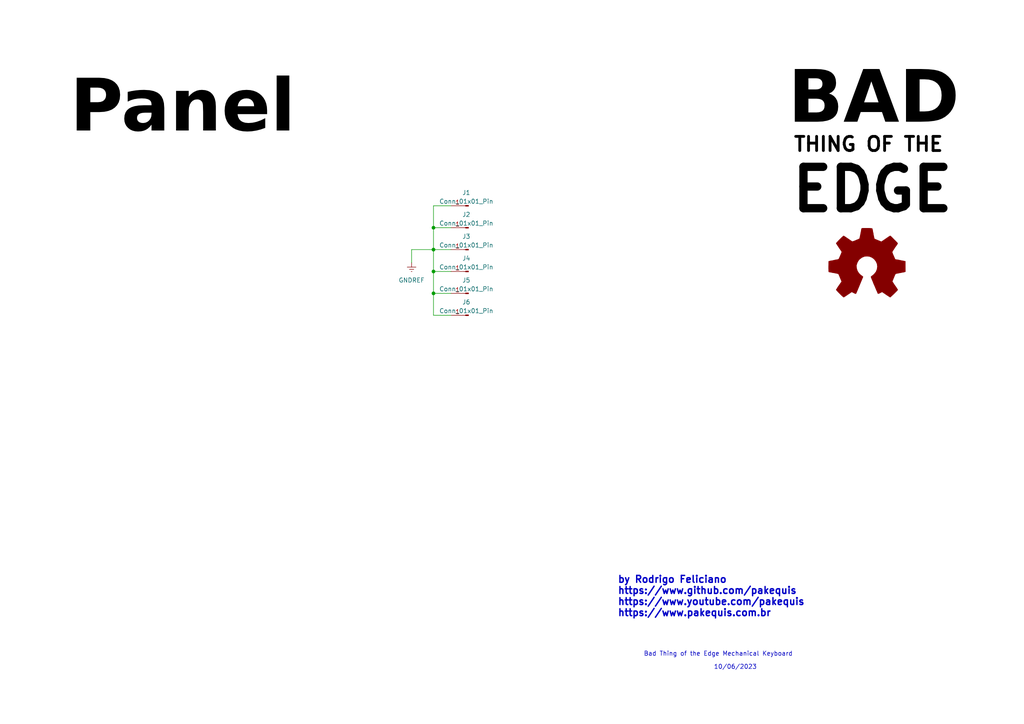
<source format=kicad_sch>
(kicad_sch (version 20230121) (generator eeschema)
  (paper "A4")
  (lib_symbols
    (symbol "Connector:Conn_01x01_Pin" (pin_names (offset 1.016) hide)
      (property "Reference" "J" (at 0 2.54 0))
      (property "Value" "Conn_01x01_Pin" (at 0 -2.54 0))
      (symbol "Conn_01x01_Pin_1_1"
        (polyline (pts (xy 1.27 0) (xy 0.8636 0)) (stroke (width 0.1524)))
        (rectangle (start 0.8636 0.127) (end 0 -0.127) (stroke (width 0.1524)) (fill (type outline)))
        (pin passive line (at 5.08 0 180) (length 3.81) (name "Pin_1") (number "1"))
      )
    )
    (symbol "Graphic:Logo_Open_Hardware_Large" (in_bom no) (on_board no)
      (symbol "Logo_Open_Hardware_Large_1_1"
        (polyline (pts (xy 6.731 -8.7122) (xy 6.6294 -8.6614) (xy 6.35 -8.4836) (xy 5.9944 -8.255) (xy 5.5372 -7.9502) (xy 5.1054 -7.6454) (xy 4.7498 -7.4168) (xy 4.4958 -7.239) (xy 4.3942 -7.1882) (xy 4.318 -7.2136) (xy 4.1148 -7.3152) (xy 3.81 -7.4676) (xy 3.6322 -7.5692) (xy 3.3528 -7.6708) (xy 3.2258 -7.6962) (xy 3.2004 -7.6708) (xy 3.0988 -7.4676) (xy 2.9464 -7.0866) (xy 2.7178 -6.604) (xy 2.4892 -6.0452) (xy 2.2352 -5.4356) (xy 1.9558 -4.826) (xy 1.7272 -4.2164) (xy 1.4986 -3.683) (xy 1.3208 -3.2512) (xy 1.2192 -2.9464) (xy 1.1684 -2.8194) (xy 1.1938 -2.794) (xy 1.3208 -2.667) (xy 1.5748 -2.4892) (xy 2.0828 -2.0574) (xy 2.6162 -1.397) (xy 2.921 -0.6604) (xy 3.048 0.1524) (xy 2.9464 0.9144) (xy 2.6416 1.6256) (xy 2.1336 2.286) (xy 1.524 2.7686) (xy 0.8128 3.0734) (xy 0 3.175) (xy -0.762 3.0988) (xy -1.4986 2.794) (xy -2.159 2.286) (xy -2.4384 1.9812) (xy -2.8194 1.3208) (xy -3.048 0.6096) (xy -3.0734 0.4318) (xy -3.0226 -0.3556) (xy -2.794 -1.0922) (xy -2.3876 -1.7526) (xy -1.8288 -2.3114) (xy -1.7526 -2.3622) (xy -1.4732 -2.5654) (xy -1.2954 -2.6924) (xy -1.1684 -2.8194) (xy -2.159 -5.207) (xy -2.3114 -5.588) (xy -2.5908 -6.2484) (xy -2.8194 -6.8072) (xy -3.0226 -7.2644) (xy -3.1496 -7.5692) (xy -3.2258 -7.6708) (xy -3.2258 -7.6962) (xy -3.302 -7.6962) (xy -3.4798 -7.6454) (xy -3.8354 -7.4676) (xy -4.0386 -7.366) (xy -4.2926 -7.239) (xy -4.4196 -7.1882) (xy -4.5212 -7.239) (xy -4.7498 -7.3914) (xy -5.1054 -7.6454) (xy -5.5372 -7.9248) (xy -5.9436 -8.2042) (xy -6.3246 -8.4582) (xy -6.604 -8.636) (xy -6.731 -8.7122) (xy -6.7564 -8.7122) (xy -6.858 -8.636) (xy -7.0866 -8.4582) (xy -7.4168 -8.1534) (xy -7.874 -7.6962) (xy -7.9502 -7.62) (xy -8.3312 -7.239) (xy -8.636 -6.9088) (xy -8.8392 -6.6802) (xy -8.9154 -6.5786) (xy -8.9154 -6.5786) (xy -8.8392 -6.4516) (xy -8.6614 -6.1722) (xy -8.4328 -5.7912) (xy -8.128 -5.3594) (xy -7.3152 -4.191) (xy -7.7724 -3.0988) (xy -7.8994 -2.7686) (xy -8.0772 -2.3622) (xy -8.2042 -2.0828) (xy -8.255 -1.9558) (xy -8.382 -1.905) (xy -8.6614 -1.8542) (xy -9.0932 -1.7526) (xy -9.6266 -1.651) (xy -10.1092 -1.5748) (xy -10.541 -1.4732) (xy -10.8712 -1.4224) (xy -11.0236 -1.397) (xy -11.049 -1.3716) (xy -11.0744 -1.2954) (xy -11.0998 -1.143) (xy -11.0998 -0.889) (xy -11.1252 -0.4572) (xy -11.1252 0.1524) (xy -11.1252 0.2286) (xy -11.0998 0.8128) (xy -11.0998 1.27) (xy -11.0744 1.5494) (xy -11.0744 1.6764) (xy -11.0744 1.6764) (xy -10.922 1.7018) (xy -10.6172 1.778) (xy -10.16 1.8542) (xy -9.652 1.9558) (xy -9.6012 1.9812) (xy -9.0932 2.0828) (xy -8.636 2.159) (xy -8.3312 2.2352) (xy -8.2042 2.286) (xy -8.1788 2.3114) (xy -8.0772 2.5146) (xy -7.9248 2.8448) (xy -7.747 3.2512) (xy -7.5692 3.6576) (xy -7.4168 4.0386) (xy -7.3152 4.318) (xy -7.2898 4.445) (xy -7.2898 4.445) (xy -7.366 4.572) (xy -7.5438 4.826) (xy -7.7978 5.207) (xy -8.128 5.6642) (xy -8.128 5.6896) (xy -8.4328 6.1468) (xy -8.6868 6.5278) (xy -8.8392 6.7818) (xy -8.9154 6.9088) (xy -8.9154 6.9088) (xy -8.8138 7.0358) (xy -8.5852 7.2898) (xy -8.255 7.6454) (xy -7.874 8.0264) (xy -7.747 8.1534) (xy -7.3152 8.5852) (xy -7.0104 8.8646) (xy -6.8326 8.9916) (xy -6.731 9.0424) (xy -6.731 9.0424) (xy -6.604 8.9408) (xy -6.3246 8.763) (xy -5.9436 8.509) (xy -5.4864 8.2042) (xy -5.461 8.1788) (xy -5.0038 7.874) (xy -4.6482 7.62) (xy -4.3688 7.4422) (xy -4.2672 7.3914) (xy -4.2418 7.3914) (xy -4.064 7.4422) (xy -3.7338 7.5438) (xy -3.3528 7.6962) (xy -2.9464 7.874) (xy -2.5654 8.0264) (xy -2.286 8.1534) (xy -2.159 8.2296) (xy -2.159 8.2296) (xy -2.1082 8.382) (xy -2.032 8.7122) (xy -1.9304 9.1694) (xy -1.8288 9.7282) (xy -1.8034 9.8044) (xy -1.7018 10.3378) (xy -1.6256 10.7696) (xy -1.5748 11.0744) (xy -1.524 11.2014) (xy -1.4478 11.2268) (xy -1.1938 11.2522) (xy -0.8128 11.2522) (xy -0.3302 11.2522) (xy 0.1524 11.2522) (xy 0.6604 11.2522) (xy 1.0668 11.2268) (xy 1.3716 11.2014) (xy 1.4986 11.176) (xy 1.4986 11.176) (xy 1.5494 11.0236) (xy 1.6256 10.6934) (xy 1.7018 10.2108) (xy 1.8288 9.6774) (xy 1.8288 9.5758) (xy 1.9304 9.0424) (xy 2.032 8.6106) (xy 2.0828 8.3058) (xy 2.1336 8.2042) (xy 2.159 8.1788) (xy 2.3876 8.0772) (xy 2.7432 7.9248) (xy 3.175 7.747) (xy 4.191 7.3406) (xy 5.461 8.2042) (xy 5.5626 8.2804) (xy 6.0198 8.5852) (xy 6.3754 8.8392) (xy 6.6294 8.9916) (xy 6.7564 9.0424) (xy 6.7564 9.0424) (xy 6.8834 8.9408) (xy 7.1374 8.7122) (xy 7.4676 8.382) (xy 7.8486 7.9756) (xy 8.1534 7.6962) (xy 8.4836 7.3406) (xy 8.7122 7.112) (xy 8.8392 6.9596) (xy 8.8646 6.858) (xy 8.8646 6.8072) (xy 8.7884 6.6802) (xy 8.6106 6.4008) (xy 8.3312 6.0198) (xy 8.0264 5.588) (xy 7.7978 5.207) (xy 7.5184 4.8006) (xy 7.3406 4.4958) (xy 7.2898 4.3434) (xy 7.2898 4.2926) (xy 7.3914 4.0386) (xy 7.5184 3.683) (xy 7.7216 3.2258) (xy 8.1534 2.2352) (xy 8.7884 2.1082) (xy 9.1948 2.0574) (xy 9.7536 1.9304) (xy 10.2616 1.8288) (xy 11.0998 1.6764) (xy 11.1252 -1.3208) (xy 10.9982 -1.3716) (xy 10.8712 -1.397) (xy 10.5664 -1.4732) (xy 10.1346 -1.5494) (xy 9.6266 -1.651) (xy 9.1948 -1.7272) (xy 8.7376 -1.8288) (xy 8.4328 -1.8796) (xy 8.2804 -1.905) (xy 8.255 -1.9558) (xy 8.1534 -2.159) (xy 7.9756 -2.5146) (xy 7.8232 -2.921) (xy 7.6454 -3.3274) (xy 7.493 -3.7338) (xy 7.366 -4.0132) (xy 7.3406 -4.191) (xy 7.3914 -4.2926) (xy 7.5692 -4.5466) (xy 7.7978 -4.9276) (xy 8.1026 -5.3594) (xy 8.4074 -5.7912) (xy 8.6614 -6.1722) (xy 8.8138 -6.4262) (xy 8.89 -6.5532) (xy 8.8646 -6.6548) (xy 8.6868 -6.858) (xy 8.3566 -7.1882) (xy 7.874 -7.6708) (xy 7.7978 -7.747) (xy 7.3914 -8.128) (xy 7.0612 -8.4328) (xy 6.8326 -8.636) (xy 6.731 -8.7122)) (fill (type outline)))
      )
    )
    (symbol "power:GNDREF" (power) (pin_names (offset 0))
      (property "Value" "GNDREF" (at 0 -3.81 0))
      (symbol "GNDREF_0_1"
        (polyline (pts (xy -0.635 -1.905) (xy 0.635 -1.905)))
        (polyline (pts (xy -0.127 -2.54) (xy 0.127 -2.54)))
        (polyline (pts (xy 0 -1.27) (xy 0 0)))
        (polyline (pts (xy 1.27 -1.27) (xy -1.27 -1.27)))
      )
      (symbol "GNDREF_1_1"
        (pin power_in line (at 0 0 270) (length 0) hide (name "GNDREF") (number "1"))
      )
    )
  )
  (junction (at 125.73 85.09))
  (junction (at 125.73 72.39))
  (junction (at 125.73 78.74))
  (junction (at 125.73 66.04))
  (wire (pts (xy 130.81 91.44) (xy 125.73 91.44)))
  (wire (pts (xy 125.73 85.09) (xy 130.81 85.09)))
  (wire (pts (xy 125.73 72.39) (xy 130.81 72.39)))
  (wire (pts (xy 119.38 76.2) (xy 119.38 72.39)))
  (wire (pts (xy 125.73 66.04) (xy 130.81 66.04)))
  (wire (pts (xy 125.73 85.09) (xy 125.73 78.74)))
  (wire (pts (xy 125.73 78.74) (xy 130.81 78.74)))
  (wire (pts (xy 125.73 72.39) (xy 125.73 78.74)))
  (wire (pts (xy 130.81 59.69) (xy 125.73 59.69)))
  (wire (pts (xy 125.73 59.69) (xy 125.73 66.04)))
  (wire (pts (xy 125.73 91.44) (xy 125.73 85.09)))
  (wire (pts (xy 119.38 72.39) (xy 125.73 72.39)))
  (wire (pts (xy 125.73 66.04) (xy 125.73 72.39)))
  (text "EDGE" (at 228.6 62.23 0) (effects (font (size 12 12) bold) (justify left bottom)))
  (text "Panel" (at 20.32 44.45 0) (effects (font (size 15 15) (thickness 3) bold) (justify left bottom)))
  (text "by Rodrigo Feliciano\nhttps://www.github.com/pakequis\nhttps://www.youtube.com/pakequis\nhttps://www.pakequis.com.br" (at 179.07 179.07 0) (effects (font (size 2 2) (thickness 0.4) bold) (justify left bottom)))
  (text "Bad Thing of the Edge Mechanical Keyboard" (at 186.69 190.5 0) (effects (font (size 1.27 1.27)) (justify left bottom)))
  (text "10/06/2023" (at 207.01 194.31 0) (effects (font (size 1.27 1.27)) (justify left bottom)))
  (text "BAD" (at 228.6 41.91 0) (effects (font (size 15 15) (thickness 1) bold) (justify left bottom)))
  (text "THING OF THE" (at 229.87 44.45 0) (effects (font (size 4.1 4.1) bold) (justify left bottom)))
  (symbol (lib_id "power:GNDREF") (at 119.38 76.2 0) (unit 1)
    (property "Reference" "#PWR01" (effects hide))
    (property "Value" "GNDREF" (at 119.38 81.28 0))
  )
  (symbol (lib_id "Connector:Conn_01x01_Pin") (at 135.89 66.04 180) (unit 1)
    (property "Reference" "J2" (at 135.255 62.23 0))
    (property "Value" "Conn_01x01_Pin" (at 135.255 64.77 0))
    (property "Footprint" "MountingHole:MountingHole_3.2mm_M3_Pad" (effects hide))
  )
  (symbol (lib_id "Connector:Conn_01x01_Pin") (at 135.89 59.69 180) (unit 1)
    (property "Reference" "J1" (at 135.255 55.88 0))
    (property "Value" "Conn_01x01_Pin" (at 135.255 58.42 0))
    (property "Footprint" "MountingHole:MountingHole_3.2mm_M3_Pad" (effects hide))
  )
  (symbol (lib_id "Graphic:Logo_Open_Hardware_Large") (at 251.46 77.47 0) (unit 1) (in_bom no) (on_board no)
    (property "Reference" "#SYM1" (effects hide))
    (property "Value" "Logo_Open_Hardware_Large" (effects hide))
    (property "Sim.Enable" "0" (effects hide))
  )
  (symbol (lib_id "Connector:Conn_01x01_Pin") (at 135.89 78.74 180) (unit 1)
    (property "Reference" "J4" (at 135.255 74.93 0))
    (property "Value" "Conn_01x01_Pin" (at 135.255 77.47 0))
    (property "Footprint" "MountingHole:MountingHole_3.2mm_M3_Pad" (effects hide))
  )
  (symbol (lib_id "Connector:Conn_01x01_Pin") (at 135.89 85.09 180) (unit 1)
    (property "Reference" "J5" (at 135.255 81.28 0))
    (property "Value" "Conn_01x01_Pin" (at 135.255 83.82 0))
    (property "Footprint" "MountingHole:MountingHole_3.2mm_M3_Pad" (effects hide))
  )
  (symbol (lib_id "Connector:Conn_01x01_Pin") (at 135.89 72.39 180) (unit 1)
    (property "Reference" "J3" (at 135.255 68.58 0))
    (property "Value" "Conn_01x01_Pin" (at 135.255 71.12 0))
    (property "Footprint" "MountingHole:MountingHole_3.2mm_M3_Pad" (effects hide))
  )
  (symbol (lib_id "Connector:Conn_01x01_Pin") (at 135.89 91.44 180) (unit 1)
    (property "Reference" "J6" (at 135.255 87.63 0))
    (property "Value" "Conn_01x01_Pin" (at 135.255 90.17 0))
    (property "Footprint" "MountingHole:MountingHole_3.2mm_M3_Pad" (effects hide))
  )
)
</source>
